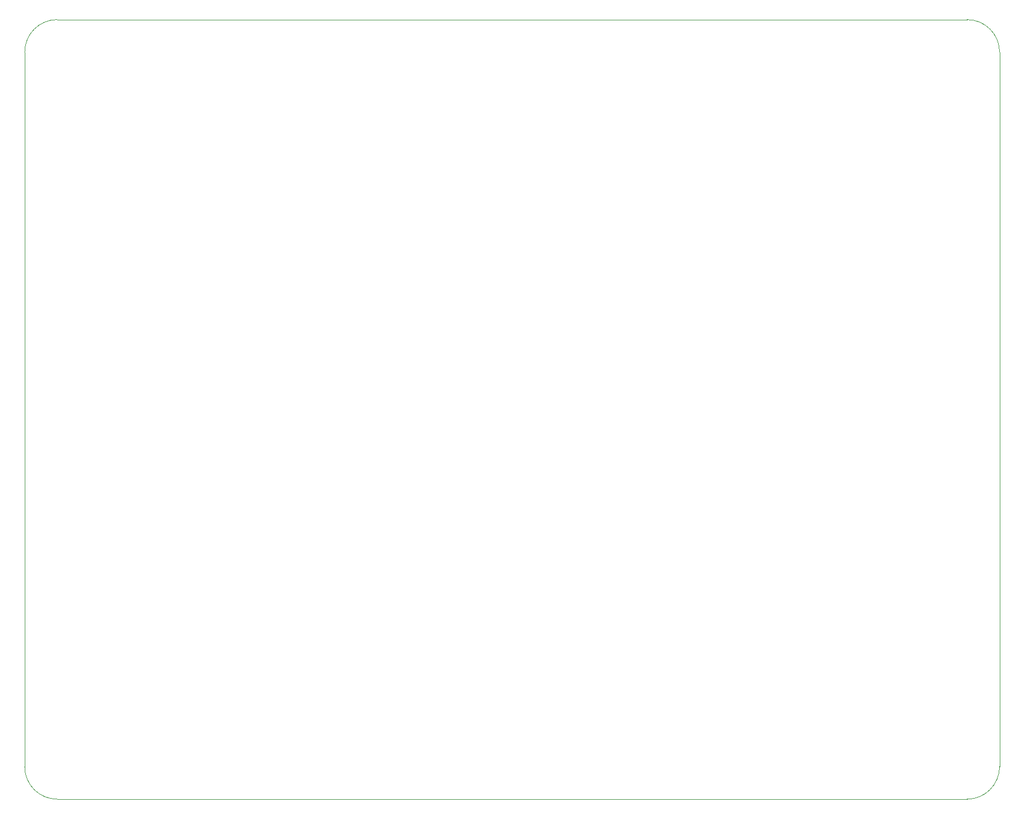
<source format=gbr>
%TF.GenerationSoftware,KiCad,Pcbnew,9.0.2*%
%TF.CreationDate,2025-07-27T13:17:30+02:00*%
%TF.ProjectId,HydrogelBioprinter,48796472-6f67-4656-9c42-696f7072696e,rev?*%
%TF.SameCoordinates,Original*%
%TF.FileFunction,Profile,NP*%
%FSLAX46Y46*%
G04 Gerber Fmt 4.6, Leading zero omitted, Abs format (unit mm)*
G04 Created by KiCad (PCBNEW 9.0.2) date 2025-07-27 13:17:30*
%MOMM*%
%LPD*%
G01*
G04 APERTURE LIST*
%TA.AperFunction,Profile*%
%ADD10C,0.100000*%
%TD*%
G04 APERTURE END LIST*
D10*
X73000000Y-152500000D02*
G75*
G02*
X68000000Y-147500000I0J5000000D01*
G01*
X68000000Y-37500000D02*
G75*
G02*
X73000000Y-32500000I5000000J0D01*
G01*
X213000000Y-32500000D02*
G75*
G02*
X218000000Y-37500000I0J-5000000D01*
G01*
X73000000Y-32500000D02*
X213000000Y-32500000D01*
X218000000Y-147500000D02*
G75*
G02*
X213000000Y-152500000I-5000000J0D01*
G01*
X68000000Y-147500000D02*
X68000000Y-37500000D01*
X213000000Y-152500000D02*
X73000000Y-152500000D01*
X218000000Y-37500000D02*
X218000000Y-147500000D01*
M02*

</source>
